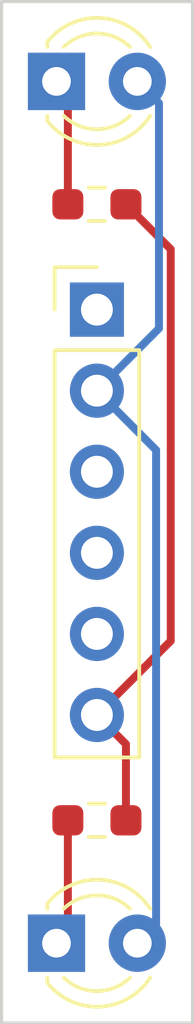
<source format=kicad_pcb>
(kicad_pcb (version 20240108) (generator "pcbnew") (generator_version "8.0")
  (layers (0 "F.Cu" signal) (31 "B.Cu" signal) (34 "B.Paste" user) (35 "F.Paste" user) (36 "B.SilkS" user "B.Silkscreen") (37 "F.SilkS" user "F.Silkscreen") (38 "B.Mask" user) (39 "F.Mask" user) (44 "Edge.Cuts" user))
  (net 0 "")
  (net 1 "Net-(D1-K)")
  (net 2 "+5V")
  (net 3 "Net-(D2-K)")
  (net 4 "SIGNAL")
  (footprint "LED_THT:LED_D3.0mm" (layer "F.Cu") (at 158.71 50.27)
    (property "Reference" "D1" (hide yes))
    (property "Value" "LED" (hide yes))
    (fp_line (start -0.29 -1.236) (end -0.29 -1.08) (stroke (width 0.12)) (layer "F.SilkS"))
    (fp_line (start -0.29 1.08) (end -0.29 1.236) (stroke (width 0.12)) (layer "F.SilkS"))
    (fp_arc (start -0.29 -1.235516) (mid 1.366487 -1.987659) (end 2.942335 -1.078608) (stroke (width 0.12)) (layer "F.SilkS"))
    (fp_arc (start 0.229039 -1.08) (mid 1.270117 -1.5) (end 2.31113 -1.079837) (stroke (width 0.12)) (layer "F.SilkS"))
    (fp_arc (start 2.31113 1.079837) (mid 1.270117 1.5) (end 0.229039 1.08) (stroke (width 0.12)) (layer "F.SilkS"))
    (fp_arc (start 2.942335 1.078608) (mid 1.366487 1.987659) (end -0.29 1.235516) (stroke (width 0.12)) (layer "F.SilkS"))
    (pad "1" thru_hole rect (at 0 0) (size 1.8 1.8) (drill 0.9) (layers "*.Cu" "*.Mask") (net 1 "Net-(D1-K)"))
    (pad "2" thru_hole circle (at 2.54 0) (size 1.8 1.8) (drill 0.9) (layers "*.Cu" "*.Mask") (net 2 "+5V"))
  )
  (footprint "Connector_PinHeader_2.54mm:PinHeader_1x06_P2.54mm_Vertical" (layer "F.Cu") (at 159.98 57.42)
    (property "Reference" "J1" (hide yes))
    (property "Value" "Conn_01x06" (hide yes))
    (fp_line (start -1.33 -1.33) (end 0 -1.33) (stroke (width 0.12)) (layer "F.SilkS"))
    (fp_line (start -1.33 0) (end -1.33 -1.33) (stroke (width 0.12)) (layer "F.SilkS"))
    (fp_line (start -1.33 1.27) (end -1.33 14.03) (stroke (width 0.12)) (layer "F.SilkS"))
    (fp_line (start -1.33 1.27) (end 1.33 1.27) (stroke (width 0.12)) (layer "F.SilkS"))
    (fp_line (start -1.33 14.03) (end 1.33 14.03) (stroke (width 0.12)) (layer "F.SilkS"))
    (fp_line (start 1.33 1.27) (end 1.33 14.03) (stroke (width 0.12)) (layer "F.SilkS"))
    (pad "1" thru_hole rect (at 0 0) (size 1.7 1.7) (drill 1) (layers "*.Cu" "*.Mask"))
    (pad "2" thru_hole oval (at 0 2.54) (size 1.7 1.7) (drill 1) (layers "*.Cu" "*.Mask") (net 2 "+5V"))
    (pad "3" thru_hole oval (at 0 5.08) (size 1.7 1.7) (drill 1) (layers "*.Cu" "*.Mask"))
    (pad "4" thru_hole oval (at 0 7.62) (size 1.7 1.7) (drill 1) (layers "*.Cu" "*.Mask"))
    (pad "5" thru_hole oval (at 0 10.16) (size 1.7 1.7) (drill 1) (layers "*.Cu" "*.Mask"))
    (pad "6" thru_hole oval (at 0 12.7) (size 1.7 1.7) (drill 1) (layers "*.Cu" "*.Mask") (net 4 "SIGNAL"))
  )
  (footprint "Resistor_SMD:R_0603_1608Metric_Pad0.98x0.95mm_HandSolder" (layer "F.Cu") (at 159.98 54.1205)
    (property "Reference" "R1" (hide yes))
    (property "Value" "R220" (hide yes))
    (fp_line (start -0.254724 -0.5225) (end 0.254724 -0.5225) (stroke (width 0.12)) (layer "F.SilkS"))
    (fp_line (start -0.254724 0.5225) (end 0.254724 0.5225) (stroke (width 0.12)) (layer "F.SilkS"))
    (pad "1" smd roundrect (at -0.9125 0) (size 0.975 0.95) (layers "F.Cu" "F.Paste" "F.Mask") (net 1 "Net-(D1-K)"))
    (pad "2" smd roundrect (at 0.9125 0) (size 0.975 0.95) (layers "F.Cu" "F.Paste" "F.Mask") (net 4 "SIGNAL"))
  )
  (footprint "LED_THT:LED_D3.0mm" (layer "F.Cu") (at 158.71 77.27)
    (property "Reference" "D2" (hide yes))
    (property "Value" "LED" (hide yes))
    (fp_line (start -0.29 -1.236) (end -0.29 -1.08) (stroke (width 0.12)) (layer "F.SilkS"))
    (fp_line (start -0.29 1.08) (end -0.29 1.236) (stroke (width 0.12)) (layer "F.SilkS"))
    (fp_arc (start -0.29 -1.235516) (mid 1.366487 -1.987659) (end 2.942335 -1.078608) (stroke (width 0.12)) (layer "F.SilkS"))
    (fp_arc (start 0.229039 -1.08) (mid 1.270117 -1.5) (end 2.31113 -1.079837) (stroke (width 0.12)) (layer "F.SilkS"))
    (fp_arc (start 2.31113 1.079837) (mid 1.270117 1.5) (end 0.229039 1.08) (stroke (width 0.12)) (layer "F.SilkS"))
    (fp_arc (start 2.942335 1.078608) (mid 1.366487 1.987659) (end -0.29 1.235516) (stroke (width 0.12)) (layer "F.SilkS"))
    (pad "1" thru_hole rect (at 0 0) (size 1.8 1.8) (drill 0.9) (layers "*.Cu" "*.Mask") (net 3 "Net-(D2-K)"))
    (pad "2" thru_hole circle (at 2.54 0) (size 1.8 1.8) (drill 0.9) (layers "*.Cu" "*.Mask") (net 2 "+5V"))
  )
  (footprint "Resistor_SMD:R_0603_1608Metric_Pad0.98x0.95mm_HandSolder" (layer "F.Cu") (at 159.98 73.42 180)
    (property "Reference" "R2" (hide yes))
    (property "Value" "R220" (hide yes))
    (fp_line (start -0.254724 0.5225) (end 0.254724 0.5225) (stroke (width 0.12)) (layer "F.SilkS"))
    (fp_line (start -0.254724 -0.5225) (end 0.254724 -0.5225) (stroke (width 0.12)) (layer "F.SilkS"))
    (pad "1" smd roundrect (at -0.9125 0 180) (size 0.975 0.95) (layers "F.Cu" "F.Paste" "F.Mask") (net 4 "SIGNAL"))
    (pad "2" smd roundrect (at 0.9125 0 180) (size 0.975 0.95) (layers "F.Cu" "F.Paste" "F.Mask") (net 3 "Net-(D2-K)"))
  )
  (gr_rect (start 156.985 47.77) (end 162.985 79.77) (stroke (width 0.1)) (fill none) (layer "Edge.Cuts"))
  (segment (start 159.0675 50.6275) (end 158.71 50.27) (width 0.25) (layer "F.Cu") (net 1))
  (segment (start 159.0675 54.1205) (end 159.0675 50.6275) (width 0.25) (layer "F.Cu") (net 1))
  (segment (start 161.84 61.82) (end 159.98 59.96) (width 0.25) (layer "B.Cu") (net 2))
  (segment (start 161.93 50.95) (end 161.93 58.01) (width 0.25) (layer "B.Cu") (net 2))
  (segment (start 161.93 58.01) (end 159.98 59.96) (width 0.25) (layer "B.Cu") (net 2))
  (segment (start 161.84 76.68) (end 161.84 61.82) (width 0.25) (layer "B.Cu") (net 2))
  (segment (start 161.25 50.27) (end 161.93 50.95) (width 0.25) (layer "B.Cu") (net 2))
  (segment (start 161.25 77.27) (end 161.84 76.68) (width 0.25) (layer "B.Cu") (net 2))
  (segment (start 159.0675 73.42) (end 159.0675 76.9125) (width 0.25) (layer "F.Cu") (net 3))
  (segment (start 159.0675 76.9125) (end 158.71 77.27) (width 0.25) (layer "F.Cu") (net 3))
  (segment (start 162.3 67.8) (end 159.98 70.12) (width 0.25) (layer "F.Cu") (net 4))
  (segment (start 162.3 55.528) (end 162.3 67.8) (width 0.25) (layer "F.Cu") (net 4))
  (segment (start 160.8925 73.42) (end 160.8925 71.0325) (width 0.25) (layer "F.Cu") (net 4))
  (segment (start 160.8925 54.1205) (end 162.3 55.528) (width 0.25) (layer "F.Cu") (net 4))
  (segment (start 160.8925 71.0325) (end 159.98 70.12) (width 0.25) (layer "F.Cu") (net 4))
)
</source>
